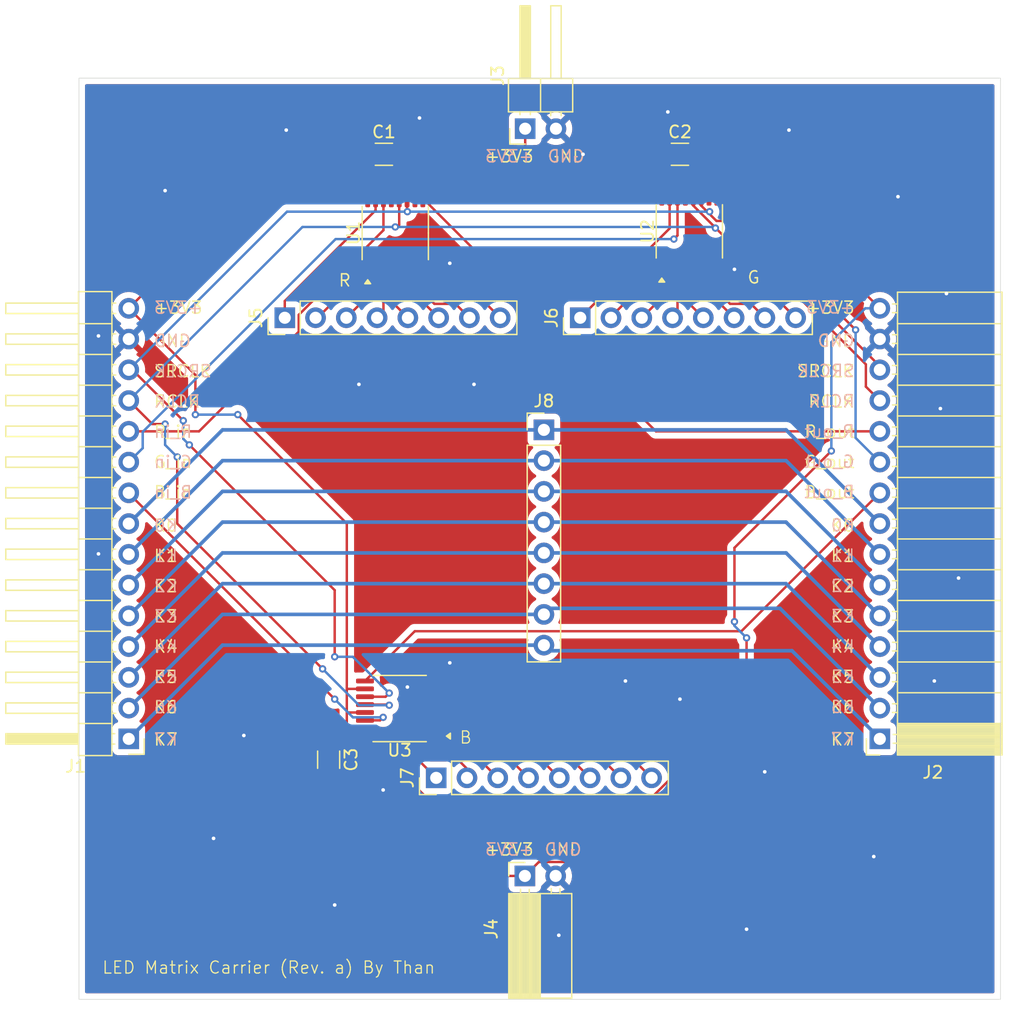
<source format=kicad_pcb>
(kicad_pcb (version 20241229) (generator "pcbnew") (generator_version "9.0")
  (layers (0 "F.Cu" signal) (2 "B.Cu" signal) (13 "F.Paste" user) (15 "B.Paste" user) (5 "F.SilkS" user "F.Silkscreen") (7 "B.SilkS" user "B.Silkscreen") (1 "F.Mask" user) (3 "B.Mask" user) (25 "Edge.Cuts" user))
  (net 0 "")
  (net 1 "/matrix/K0")
  (net 2 "/matrix/K1")
  (net 3 "/matrix/K2")
  (net 4 "/matrix/K3")
  (net 5 "/matrix/K4")
  (net 6 "/matrix/K5")
  (net 7 "/matrix/K6")
  (net 8 "/matrix/K7")
  (net 9 "/G_in")
  (net 10 "/B_in")
  (net 11 "/RCLK")
  (net 12 "/R_in")
  (net 13 "/SRCLK")
  (net 14 "GND")
  (net 15 "+3V3")
  (net 16 "/matrix/R0")
  (net 17 "/matrix/G0")
  (net 18 "/matrix/B0")
  (net 19 "/matrix/R1")
  (net 20 "/matrix/G1")
  (net 21 "/matrix/B1")
  (net 22 "/matrix/R2")
  (net 23 "/matrix/G2")
  (net 24 "/matrix/B2")
  (net 25 "/matrix/R3")
  (net 26 "/matrix/G3")
  (net 27 "/matrix/B3")
  (net 28 "/matrix/R4")
  (net 29 "/matrix/G4")
  (net 30 "/matrix/B4")
  (net 31 "/matrix/R5")
  (net 32 "/matrix/G5")
  (net 33 "/matrix/B5")
  (net 34 "/matrix/R6")
  (net 35 "/matrix/G6")
  (net 36 "/matrix/B6")
  (net 37 "/matrix/R7")
  (net 38 "/matrix/G7")
  (net 39 "/matrix/B7")
  (net 40 "/G_out")
  (net 41 "/B_out")
  (net 42 "/R_out")
  (footprint "Package_SO:TSSOP-16_4.4x5mm_P0.65mm" (layer "F.Cu") (at 158.775 48.3625 90)
    (property "Reference" "U2" (at 0 -3.449999 90) (layer "F.SilkS"))
    (property "Value" "74HC594")
    (pad "1" smd roundrect (at -2.8625 -2.275 90) (size 1.475 0.4) (layers "F.Cu" "F.Mask" "F.Paste") (net 20 "/matrix/G1"))
    (pad "2" smd roundrect (at -2.8625 -1.625 90) (size 1.475 0.4) (layers "F.Cu" "F.Mask" "F.Paste") (net 23 "/matrix/G2"))
    (pad "3" smd roundrect (at -2.8625 -0.975 90) (size 1.475 0.4) (layers "F.Cu" "F.Mask" "F.Paste") (net 26 "/matrix/G3"))
    (pad "4" smd roundrect (at -2.8625 -0.325 90) (size 1.475 0.4) (layers "F.Cu" "F.Mask" "F.Paste") (net 29 "/matrix/G4"))
    (pad "5" smd roundrect (at -2.8625 0.325 90) (size 1.475 0.4) (layers "F.Cu" "F.Mask" "F.Paste") (net 32 "/matrix/G5"))
    (pad "6" smd roundrect (at -2.8625 0.975 90) (size 1.475 0.4) (layers "F.Cu" "F.Mask" "F.Paste") (net 35 "/matrix/G6"))
    (pad "7" smd roundrect (at -2.8625 1.625 90) (size 1.475 0.4) (layers "F.Cu" "F.Mask" "F.Paste") (net 38 "/matrix/G7"))
    (pad "8" smd roundrect (at -2.8625 2.275 90) (size 1.475 0.4) (layers "F.Cu" "F.Mask" "F.Paste") (net 14 "GND"))
    (pad "9" smd roundrect (at 2.8625 2.275 90) (size 1.475 0.4) (layers "F.Cu" "F.Mask" "F.Paste") (net 40 "/G_out"))
    (pad "10" smd roundrect (at 2.8625 1.625 90) (size 1.475 0.4) (layers "F.Cu" "F.Mask" "F.Paste") (net 15 "+3V3"))
    (pad "11" smd roundrect (at 2.8625 0.975 90) (size 1.475 0.4) (layers "F.Cu" "F.Mask" "F.Paste") (net 13 "/SRCLK"))
    (pad "12" smd roundrect (at 2.8625 0.325 90) (size 1.475 0.4) (layers "F.Cu" "F.Mask" "F.Paste") (net 11 "/RCLK"))
    (pad "13" smd roundrect (at 2.8625 -0.325 90) (size 1.475 0.4) (layers "F.Cu" "F.Mask" "F.Paste") (net 15 "+3V3"))
    (pad "14" smd roundrect (at 2.8625 -0.975 90) (size 1.475 0.4) (layers "F.Cu" "F.Mask" "F.Paste") (net 9 "/G_in"))
    (pad "15" smd roundrect (at 2.8625 -1.625 90) (size 1.475 0.4) (layers "F.Cu" "F.Mask" "F.Paste") (net 17 "/matrix/G0"))
    (pad "16" smd roundrect (at 2.8625 -2.275 90) (size 1.475 0.4) (layers "F.Cu" "F.Mask" "F.Paste") (net 15 "+3V3"))
  )
  (footprint "Package_SO:TSSOP-16_4.4x5mm_P0.65mm" (layer "F.Cu") (at 134.8625 87.775 180)
    (property "Reference" "U3" (at 0 -3.449999 0) (layer "F.SilkS"))
    (property "Value" "74HC594")
    (pad "1" smd roundrect (at -2.8625 -2.275 180) (size 1.475 0.4) (layers "F.Cu" "F.Mask" "F.Paste") (net 21 "/matrix/B1"))
    (pad "2" smd roundrect (at -2.8625 -1.625 180) (size 1.475 0.4) (layers "F.Cu" "F.Mask" "F.Paste") (net 24 "/matrix/B2"))
    (pad "3" smd roundrect (at -2.8625 -0.975 180) (size 1.475 0.4) (layers "F.Cu" "F.Mask" "F.Paste") (net 27 "/matrix/B3"))
    (pad "4" smd roundrect (at -2.8625 -0.325 180) (size 1.475 0.4) (layers "F.Cu" "F.Mask" "F.Paste") (net 30 "/matrix/B4"))
    (pad "5" smd roundrect (at -2.8625 0.325 180) (size 1.475 0.4) (layers "F.Cu" "F.Mask" "F.Paste") (net 33 "/matrix/B5"))
    (pad "6" smd roundrect (at -2.8625 0.975 180) (size 1.475 0.4) (layers "F.Cu" "F.Mask" "F.Paste") (net 36 "/matrix/B6"))
    (pad "7" smd roundrect (at -2.8625 1.625 180) (size 1.475 0.4) (layers "F.Cu" "F.Mask" "F.Paste") (net 39 "/matrix/B7"))
    (pad "8" smd roundrect (at -2.8625 2.275 180) (size 1.475 0.4) (layers "F.Cu" "F.Mask" "F.Paste") (net 14 "GND"))
    (pad "9" smd roundrect (at 2.8625 2.275 180) (size 1.475 0.4) (layers "F.Cu" "F.Mask" "F.Paste") (net 41 "/B_out"))
    (pad "10" smd roundrect (at 2.8625 1.625 180) (size 1.475 0.4) (layers "F.Cu" "F.Mask" "F.Paste") (net 15 "+3V3"))
    (pad "11" smd roundrect (at 2.8625 0.975 180) (size 1.475 0.4) (layers "F.Cu" "F.Mask" "F.Paste") (net 13 "/SRCLK"))
    (pad "12" smd roundrect (at 2.8625 0.325 180) (size 1.475 0.4) (layers "F.Cu" "F.Mask" "F.Paste") (net 11 "/RCLK"))
    (pad "13" smd roundrect (at 2.8625 -0.325 180) (size 1.475 0.4) (layers "F.Cu" "F.Mask" "F.Paste") (net 15 "+3V3"))
    (pad "14" smd roundrect (at 2.8625 -0.975 180) (size 1.475 0.4) (layers "F.Cu" "F.Mask" "F.Paste") (net 10 "/B_in"))
    (pad "15" smd roundrect (at 2.8625 -1.625 180) (size 1.475 0.4) (layers "F.Cu" "F.Mask" "F.Paste") (net 18 "/matrix/B0"))
    (pad "16" smd roundrect (at 2.8625 -2.275 180) (size 1.475 0.4) (layers "F.Cu" "F.Mask" "F.Paste") (net 15 "+3V3"))
  )
  (footprint "Connector_PinHeader_2.54mm:PinHeader_1x02_P2.54mm_Horizontal" (layer "F.Cu") (at 145.225 39.885 90)
    (property "Reference" "J3" (at 4.385 -2.27 90) (layer "F.SilkS"))
    (property "Value" "Conn_01x02_Pin")
    (pad "1" thru_hole rect (at 0 0 90) (size 1.7 1.7) (drill 1) (layers "*.Cu" "*.Mask") (net 15 "+3V3"))
    (pad "2" thru_hole circle (at 0 2.54 90) (size 1.7 1.7) (drill 1) (layers "*.Cu" "*.Mask") (net 14 "GND"))
  )
  (footprint "Connector_PinSocket_2.54mm:PinSocket_1x02_P2.54mm_Horizontal" (layer "F.Cu") (at 145.2 101.6 90)
    (property "Reference" "J4" (at -4.38 -2.77 90) (layer "F.SilkS"))
    (property "Value" "Conn_01x02_Socket")
    (pad "1" thru_hole rect (at 0 0 90) (size 1.7 1.7) (drill 1) (layers "*.Cu" "*.Mask") (net 15 "+3V3"))
    (pad "2" thru_hole circle (at 0 2.54 90) (size 1.7 1.7) (drill 1) (layers "*.Cu" "*.Mask") (net 14 "GND"))
  )
  (footprint "Connector_PinSocket_2.54mm:PinSocket_1x15_P2.54mm_Horizontal" (layer "F.Cu") (at 174.5 90.280001 180)
    (property "Reference" "J2" (at -4.38 -2.77 0) (layer "F.SilkS"))
    (property "Value" "Conn_01x15_Socket")
    (pad "1" thru_hole rect (at 0 0 180) (size 1.7 1.7) (drill 1) (layers "*.Cu" "*.Mask") (net 8 "/matrix/K7"))
    (pad "2" thru_hole circle (at 0 2.54 180) (size 1.7 1.7) (drill 1) (layers "*.Cu" "*.Mask") (net 7 "/matrix/K6"))
    (pad "3" thru_hole circle (at 0 5.079999 180) (size 1.7 1.7) (drill 1) (layers "*.Cu" "*.Mask") (net 6 "/matrix/K5"))
    (pad "4" thru_hole circle (at 0 7.62 180) (size 1.7 1.7) (drill 1) (layers "*.Cu" "*.Mask") (net 5 "/matrix/K4"))
    (pad "5" thru_hole circle (at 0 10.16 180) (size 1.7 1.7) (drill 1) (layers "*.Cu" "*.Mask") (net 4 "/matrix/K3"))
    (pad "6" thru_hole circle (at 0 12.7 180) (size 1.7 1.7) (drill 1) (layers "*.Cu" "*.Mask") (net 3 "/matrix/K2"))
    (pad "7" thru_hole circle (at 0 15.24 180) (size 1.7 1.7) (drill 1) (layers "*.Cu" "*.Mask") (net 2 "/matrix/K1"))
    (pad "8" thru_hole circle (at 0 17.780001 180) (size 1.7 1.7) (drill 1) (layers "*.Cu" "*.Mask") (net 1 "/matrix/K0"))
    (pad "9" thru_hole circle (at 0 20.32 180) (size 1.7 1.7) (drill 1) (layers "*.Cu" "*.Mask") (net 41 "/B_out"))
    (pad "10" thru_hole circle (at 0 22.86 180) (size 1.7 1.7) (drill 1) (layers "*.Cu" "*.Mask") (net 40 "/G_out"))
    (pad "11" thru_hole circle (at 0 25.4 180) (size 1.7 1.7) (drill 1) (layers "*.Cu" "*.Mask") (net 42 "/R_out"))
    (pad "12" thru_hole circle (at 0 27.939999 180) (size 1.7 1.7) (drill 1) (layers "*.Cu" "*.Mask") (net 11 "/RCLK"))
    (pad "13" thru_hole circle (at 0 30.48 180) (size 1.7 1.7) (drill 1) (layers "*.Cu" "*.Mask") (net 13 "/SRCLK"))
    (pad "14" thru_hole circle (at 0 33.02 180) (size 1.7 1.7) (drill 1) (layers "*.Cu" "*.Mask") (net 14 "GND"))
    (pad "15" thru_hole circle (at 0 35.56 180) (size 1.7 1.7) (drill 1) (layers "*.Cu" "*.Mask") (net 15 "+3V3"))
  )
  (footprint "Package_SO:TSSOP-16_4.4x5mm_P0.65mm" (layer "F.Cu") (at 134.5 48.5 90)
    (property "Reference" "U1" (at 0 -3.449999 90) (layer "F.SilkS"))
    (property "Value" "74HC594")
    (pad "1" smd roundrect (at -2.8625 -2.275 90) (size 1.475 0.4) (layers "F.Cu" "F.Mask" "F.Paste") (net 19 "/matrix/R1"))
    (pad "2" smd roundrect (at -2.8625 -1.625 90) (size 1.475 0.4) (layers "F.Cu" "F.Mask" "F.Paste") (net 22 "/matrix/R2"))
    (pad "3" smd roundrect (at -2.8625 -0.975 90) (size 1.475 0.4) (layers "F.Cu" "F.Mask" "F.Paste") (net 25 "/matrix/R3"))
    (pad "4" smd roundrect (at -2.8625 -0.325 90) (size 1.475 0.4) (layers "F.Cu" "F.Mask" "F.Paste") (net 28 "/matrix/R4"))
    (pad "5" smd roundrect (at -2.8625 0.325 90) (size 1.475 0.4) (layers "F.Cu" "F.Mask" "F.Paste") (net 31 "/matrix/R5"))
    (pad "6" smd roundrect (at -2.8625 0.975 90) (size 1.475 0.4) (layers "F.Cu" "F.Mask" "F.Paste") (net 34 "/matrix/R6"))
    (pad "7" smd roundrect (at -2.8625 1.625 90) (size 1.475 0.4) (layers "F.Cu" "F.Mask" "F.Paste") (net 37 "/matrix/R7"))
    (pad "8" smd roundrect (at -2.8625 2.275 90) (size 1.475 0.4) (layers "F.Cu" "F.Mask" "F.Paste") (net 14 "GND"))
    (pad "9" smd roundrect (at 2.8625 2.275 90) (size 1.475 0.4) (layers "F.Cu" "F.Mask" "F.Paste") (net 42 "/R_out"))
    (pad "10" smd roundrect (at 2.8625 1.625 90) (size 1.475 0.4) (layers "F.Cu" "F.Mask" "F.Paste") (net 15 "+3V3"))
    (pad "11" smd roundrect (at 2.8625 0.975 90) (size 1.475 0.4) (layers "F.Cu" "F.Mask" "F.Paste") (net 13 "/SRCLK"))
    (pad "12" smd roundrect (at 2.8625 0.325 90) (size 1.475 0.4) (layers "F.Cu" "F.Mask" "F.Paste") (net 11 "/RCLK"))
    (pad "13" smd roundrect (at 2.8625 -0.325 90) (size 1.475 0.4) (layers "F.Cu" "F.Mask" "F.Paste") (net 15 "+3V3"))
    (pad "14" smd roundrect (at 2.8625 -0.975 90) (size 1.475 0.4) (layers "F.Cu" "F.Mask" "F.Paste") (net 12 "/R_in"))
    (pad "15" smd roundrect (at 2.8625 -1.625 90) (size 1.475 0.4) (layers "F.Cu" "F.Mask" "F.Paste") (net 16 "/matrix/R0"))
    (pad "16" smd roundrect (at 2.8625 -2.275 90) (size 1.475 0.4) (layers "F.Cu" "F.Mask" "F.Paste") (net 15 "+3V3"))
  )
  (footprint "Capacitor_SMD:C_1206_3216Metric_Pad1.33x1.80mm_HandSolder" (layer "F.Cu") (at 129 92 -90)
    (property "Reference" "C3" (at 0 -1.850001 90) (layer "F.SilkS"))
    (property "Value" "100n")
    (pad "1" smd roundrect (at -1.5625 0 270) (size 1.325 1.8) (layers "F.Cu" "F.Mask" "F.Paste") (roundrect_rratio 0.188679) (net 15 "+3V3"))
    (pad "2" smd roundrect (at 1.5625 0 270) (size 1.325 1.8) (layers "F.Cu" "F.Mask" "F.Paste") (roundrect_rratio 0.188679) (net 14 "GND"))
  )
  (footprint "Connector_PinHeader_2.54mm:PinHeader_1x08_P2.54mm_Vertical" (layer "F.Cu") (at 125.38 55.5 90)
    (property "Reference" "J5" (at 0 -2.38 90) (layer "F.SilkS"))
    (property "Value" "Conn_01x08_Socket")
    (pad "1" thru_hole rect (at 0 0 90) (size 1.7 1.7) (drill 1) (layers "*.Cu" "*.Mask") (net 16 "/matrix/R0"))
    (pad "2" thru_hole circle (at 0 2.54 90) (size 1.7 1.7) (drill 1) (layers "*.Cu" "*.Mask") (net 19 "/matrix/R1"))
    (pad "3" thru_hole circle (at 0 5.079999 90) (size 1.7 1.7) (drill 1) (layers "*.Cu" "*.Mask") (net 22 "/matrix/R2"))
    (pad "4" thru_hole circle (at 0 7.62 90) (size 1.7 1.7) (drill 1) (layers "*.Cu" "*.Mask") (net 25 "/matrix/R3"))
    (pad "5" thru_hole circle (at 0 10.16 90) (size 1.7 1.7) (drill 1) (layers "*.Cu" "*.Mask") (net 28 "/matrix/R4"))
    (pad "6" thru_hole circle (at 0 12.7 90) (size 1.7 1.7) (drill 1) (layers "*.Cu" "*.Mask") (net 31 "/matrix/R5"))
    (pad "7" thru_hole circle (at 0 15.24 90) (size 1.7 1.7) (drill 1) (layers "*.Cu" "*.Mask") (net 34 "/matrix/R6"))
    (pad "8" thru_hole circle (at 0 17.780001 90) (size 1.7 1.7) (drill 1) (layers "*.Cu" "*.Mask") (net 37 "/matrix/R7"))
  )
  (footprint "Connector_PinHeader_2.54mm:PinHeader_1x15_P2.54mm_Horizontal" (layer "F.Cu") (at 112.5 90.280001 180)
    (property "Reference" "J1" (at 4.385 -2.27 0) (layer "F.SilkS"))
    (property "Value" "Conn_01x15_Pin")
    (pad "1" thru_hole rect (at 0 0 180) (size 1.7 1.7) (drill 1) (layers "*.Cu" "*.Mask") (net 8 "/matrix/K7"))
    (pad "2" thru_hole circle (at 0 2.54 180) (size 1.7 1.7) (drill 1) (layers "*.Cu" "*.Mask") (net 7 "/matrix/K6"))
    (pad "3" thru_hole circle (at 0 5.079999 180) (size 1.7 1.7) (drill 1) (layers "*.Cu" "*.Mask") (net 6 "/matrix/K5"))
    (pad "4" thru_hole circle (at 0 7.62 180) (size 1.7 1.7) (drill 1) (layers "*.Cu" "*.Mask") (net 5 "/matrix/K4"))
    (pad "5" thru_hole circle (at 0 10.16 180) (size 1.7 1.7) (drill 1) (layers "*.Cu" "*.Mask") (net 4 "/matrix/K3"))
    (pad "6" thru_hole circle (at 0 12.7 180) (size 1.7 1.7) (drill 1) (layers "*.Cu" "*.Mask") (net 3 "/matrix/K2"))
    (pad "7" thru_hole circle (at 0 15.24 180) (size 1.7 1.7) (drill 1) (layers "*.Cu" "*.Mask") (net 2 "/matrix/K1"))
    (pad "8" thru_hole circle (at 0 17.780001 180) (size 1.7 1.7) (drill 1) (layers "*.Cu" "*.Mask") (net 1 "/matrix/K0"))
    (pad "9" thru_hole circle (at 0 20.32 180) (size 1.7 1.7) (drill 1) (layers "*.Cu" "*.Mask") (net 10 "/B_in"))
    (pad "10" thru_hole circle (at 0 22.86 180) (size 1.7 1.7) (drill 1) (layers "*.Cu" "*.Mask") (net 9 "/G_in"))
    (pad "11" thru_hole circle (at 0 25.4 180) (size 1.7 1.7) (drill 1) (layers "*.Cu" "*.Mask") (net 12 "/R_in"))
    (pad "12" thru_hole circle (at 0 27.939999 180) (size 1.7 1.7) (drill 1) (layers "*.Cu" "*.Mask") (net 11 "/RCLK"))
    (pad "13" thru_hole circle (at 0 30.48 180) (size 1.7 1.7) (drill 1) (layers "*.Cu" "*.Mask") (net 13 "/SRCLK"))
    (pad "14" thru_hole circle (at 0 33.02 180) (size 1.7 1.7) (drill 1) (layers "*.Cu" "*.Mask") (net 14 "GND"))
    (pad "15" thru_hole circle (at 0 35.56 180) (size 1.7 1.7) (drill 1) (layers "*.Cu" "*.Mask") (net 15 "+3V3"))
  )
  (footprint "Capacitor_SMD:C_1206_3216Metric_Pad1.33x1.80mm_HandSolder" (layer "F.Cu") (at 158 42)
    (property "Reference" "C2" (at 0 -1.85 0) (layer "F.SilkS"))
    (property "Value" "100n")
    (pad "1" smd roundrect (at -1.5625 0) (size 1.325 1.8) (layers "F.Cu" "F.Mask" "F.Paste") (roundrect_rratio 0.188679) (net 15 "+3V3"))
    (pad "2" smd roundrect (at 1.5625 0) (size 1.325 1.8) (layers "F.Cu" "F.Mask" "F.Paste") (roundrect_rratio 0.188679) (net 14 "GND"))
  )
  (footprint "Connector_PinHeader_2.54mm:PinHeader_1x08_P2.54mm_Vertical" (layer "F.Cu") (at 137.88 93.5 90)
    (property "Reference" "J7" (at 0 -2.38 90) (layer "F.SilkS"))
    (property "Value" "Conn_01x08_Socket")
    (pad "1" thru_hole rect (at 0 0 90) (size 1.7 1.7) (drill 1) (layers "*.Cu" "*.Mask") (net 18 "/matrix/B0"))
    (pad "2" thru_hole circle (at 0 2.54 90) (size 1.7 1.7) (drill 1) (layers "*.Cu" "*.Mask") (net 21 "/matrix/B1"))
    (pad "3" thru_hole circle (at 0 5.079999 90) (size 1.7 1.7) (drill 1) (layers "*.Cu" "*.Mask") (net 24 "/matrix/B2"))
    (pad "4" thru_hole circle (at 0 7.62 90) (size 1.7 1.7) (drill 1) (layers "*.Cu" "*.Mask") (net 27 "/matrix/B3"))
    (pad "5" thru_hole circle (at 0 10.16 90) (size 1.7 1.7) (drill 1) (layers "*.Cu" "*.Mask") (net 30 "/matrix/B4"))
    (pad "6" thru_hole circle (at 0 12.7 90) (size 1.7 1.7) (drill 1) (layers "*.Cu" "*.Mask") (net 33 "/matrix/B5"))
    (pad "7" thru_hole circle (at 0 15.24 90) (size 1.7 1.7) (drill 1) (layers "*.Cu" "*.Mask") (net 36 "/matrix/B6"))
    (pad "8" thru_hole circle (at 0 17.780001 90) (size 1.7 1.7) (drill 1) (layers "*.Cu" "*.Mask") (net 39 "/matrix/B7"))
  )
  (footprint "Capacitor_SMD:C_1206_3216Metric_Pad1.33x1.80mm_HandSolder" (layer "F.Cu") (at 133.5625 42)
    (property "Reference" "C1" (at 0 -1.85 0) (layer "F.SilkS"))
    (property "Value" "100n")
    (pad "1" smd roundrect (at -1.5625 0) (size 1.325 1.8) (layers "F.Cu" "F.Mask" "F.Paste") (roundrect_rratio 0.188679) (net 15 "+3V3"))
    (pad "2" smd roundrect (at 1.5625 0) (size 1.325 1.8) (layers "F.Cu" "F.Mask" "F.Paste") (roundrect_rratio 0.188679) (net 14 "GND"))
  )
  (footprint "Connector_PinHeader_2.54mm:PinHeader_1x08_P2.54mm_Vertical" (layer "F.Cu") (at 149.77 55.5 90)
    (property "Reference" "J6" (at 0 -2.38 90) (layer "F.SilkS"))
    (property "Value" "Conn_01x08_Socket")
    (pad "1" thru_hole rect (at 0 0 90) (size 1.7 1.7) (drill 1) (layers "*.Cu" "*.Mask") (net 17 "/matrix/G0"))
    (pad "2" thru_hole circle (at 0 2.54 90) (size 1.7 1.7) (drill 1) (layers "*.Cu" "*.Mask") (net 20 "/matrix/G1"))
    (pad "3" thru_hole circle (at 0 5.079999 90) (size 1.7 1.7) (drill 1) (layers "*.Cu" "*.Mask") (net 23 "/matrix/G2"))
    (pad "4" thru_hole circle (at 0 7.62 90) (size 1.7 1.7) (drill 1) (layers "*.Cu" "*.Mask") (net 26 "/matrix/G3"))
    (pad "5" thru_hole circle (at 0 10.16 90) (size 1.7 1.7) (drill 1) (layers "*.Cu" "*.Mask") (net 29 "/matrix/G4"))
    (pad "6" thru_hole circle (at 0 12.7 90) (size 1.7 1.7) (drill 1) (layers "*.Cu" "*.Mask") (net 32 "/matrix/G5"))
    (pad "7" thru_hole circle (at 0 15.24 90) (size 1.7 1.7) (drill 1) (layers "*.Cu" "*.Mask") (net 35 "/matrix/G6"))
    (pad "8" thru_hole circle (at 0 17.780001 90) (size 1.7 1.7) (drill 1) (layers "*.Cu" "*.Mask") (net 38 "/matrix/G7"))
  )
  (footprint "Connector_PinHeader_2.54mm:PinHeader_1x08_P2.54mm_Vertical" (layer "F.Cu") (at 146.77 64.76)
    (property "Reference" "J8" (at 0 -2.38 0) (layer "F.SilkS"))
    (property "Value" "Conn_01x08_Socket")
    (pad "1" thru_hole rect (at 0 0) (size 1.7 1.7) (drill 1) (layers "*.Cu" "*.Mask") (net 1 "/matrix/K0"))
    (pad "2" thru_hole circle (at 0 2.54) (size 1.7 1.7) (drill 1) (layers "*.Cu" "*.Mask") (net 2 "/matrix/K1"))
    (pad "3" thru_hole circle (at 0 5.08) (size 1.7 1.7) (drill 1) (layers "*.Cu" "*.Mask") (net 3 "/matrix/K2"))
    (pad "4" thru_hole circle (at 0 7.62) (size 1.7 1.7) (drill 1) (layers "*.Cu" "*.Mask") (net 4 "/matrix/K3"))
    (pad "5" thru_hole circle (at 0 10.16) (size 1.7 1.7) (drill 1) (layers "*.Cu" "*.Mask") (net 5 "/matrix/K4"))
    (pad "6" thru_hole circle (at 0 12.7) (size 1.7 1.7) (drill 1) (layers "*.Cu" "*.Mask") (net 6 "/matrix/K5"))
    (pad "7" thru_hole circle (at 0 15.24) (size 1.7 1.7) (drill 1) (layers "*.Cu" "*.Mask") (net 7 "/matrix/K6"))
    (pad "8" thru_hole circle (at 0 17.78) (size 1.7 1.7) (drill 1) (layers "*.Cu" "*.Mask") (net 8 "/matrix/K7"))
  )
  (gr_rect (start 108.39 35.71) (end 184.46 111.79) (stroke (width 0.05)) (fill no) (layer "Edge.Cuts"))
  (gr_text "K6" (at 114.5 88.25 0) (layer "F.SilkS") (effects (font (size 1 1) (thickness 0.125)) (justify left bottom)))
  (gr_text "G" (at 163.5 52.75 0) (layer "F.SilkS") (effects (font (size 1 1) (thickness 0.125)) (justify left bottom)))
  (gr_text "K1" (at 114.5 75.75 0) (layer "F.SilkS") (effects (font (size 1 1) (thickness 0.125)) (justify left bottom)))
  (gr_text "RCLK" (at 114.5 63 0) (layer "F.SilkS") (effects (font (size 1 1) (thickness 0.125)) (justify left bottom)))
  (gr_text "+3V3" (at 114.5 55.25 0) (layer "F.SilkS") (effects (font (size 1 1) (thickness 0.125)) (justify left bottom)))
  (gr_text "R" (at 129.75 53 0) (layer "F.SilkS") (effects (font (size 1 1) (thickness 0.125)) (justify left bottom)))
  (gr_text "K3" (at 172.5 80.75 0) (layer "F.SilkS") (effects (font (size 1 1) (thickness 0.125)) (justify right bottom)))
  (gr_text "RCLK" (at 172.5 63 0) (layer "F.SilkS") (effects (font (size 1 1) (thickness 0.125)) (justify right bottom)))
  (gr_text "K7" (at 172.5 90.915001 0) (layer "F.SilkS") (effects (font (size 1 1) (thickness 0.125)) (justify right bottom)))
  (gr_text "K6" (at 172.5 88.25 0) (layer "F.SilkS") (effects (font (size 1 1) (thickness 0.125)) (justify right bottom)))
  (gr_text "K0" (at 114.5 73.25 0) (layer "F.SilkS") (effects (font (size 1 1) (thickness 0.125)) (justify left bottom)))
  (gr_text "GND" (at 114.5 58 0) (layer "F.SilkS") (effects (font (size 1 1) (thickness 0.125)) (justify left bottom)))
  (gr_text "K3" (at 114.5 80.75 0) (layer "F.SilkS") (effects (font (size 1 1) (thickness 0.125)) (justify left bottom)))
  (gr_text "K7" (at 114.5 90.915001 0) (layer "F.SilkS") (effects (font (size 1 1) (thickness 0.125)) (justify left bottom)))
  (gr_text "B" (at 139.75 90.75 0) (layer "F.SilkS") (effects (font (size 1 1) (thickness 0.1)) (justify left bottom)))
  (gr_text "B_out" (at 172.5 70.5 0) (layer "F.SilkS") (effects (font (size 1 1) (thickness 0.125)) (justify right bottom)))
  (gr_text "+3V3" (at 146 42.75 0) (layer "F.SilkS") (effects (font (size 1 1) (thickness 0.125)) (justify right bottom)))
  (gr_text "K4" (at 114.5 83.25 0) (layer "F.SilkS") (effects (font (size 1 1) (thickness 0.125)) (justify left bottom)))
  (gr_text "K0" (at 172.5 73.25 0) (layer "F.SilkS") (effects (font (size 1 1) (thickness 0.125)) (justify right bottom)))
  (gr_text "K2" (at 114.5 78.25 0) (layer "F.SilkS") (effects (font (size 1 1) (thickness 0.125)) (justify left bottom)))
  (gr_text "GND" (at 147 42.75 0) (layer "F.SilkS") (effects (font (size 1 1) (thickness 0.125)) (justify left bottom)))
  (gr_text "B_in" (at 114.5 70.5 0) (layer "F.SilkS") (effects (font (size 1 1) (thickness 0.125)) (justify left bottom)))
  (gr_text "+3V3" (at 172.5 55.25 0) (layer "F.SilkS") (effects (font (size 1 1) (thickness 0.125)) (justify right bottom)))
  (gr_text "K4" (at 172.5 83.25 0) (layer "F.SilkS") (effects (font (size 1 1) (thickness 0.125)) (justify right bottom)))
  (gr_text "SRCLK" (at 114.5 60.5 0) (layer "F.SilkS") (effects (font (size 1 1) (thickness 0.125)) (justify left bottom)))
  (gr_text "K2" (at 172.5 78.25 0) (layer "F.SilkS") (effects (font (size 1 1) (thickness 0.125)) (justify right bottom)))
  (gr_text "K5" (at 114.5 85.75 0) (layer "F.SilkS") (effects (font (size 1 1) (thickness 0.125)) (justify left bottom)))
  (gr_text "R_in" (at 114.5 65.5 0) (layer "F.SilkS") (effects (font (size 1 1) (thickness 0.125)) (justify left bottom)))
  (gr_text "G_out" (at 172.5 68 0) (layer "F.SilkS") (effects (font (size 1 1) (thickness 0.125)) (justify right bottom)))
  (gr_text "+3V3" (at 146 100 0) (layer "F.SilkS") (effects (font (size 1 1) (thickness 0.125)) (justify right bottom)))
  (gr_text "LED Matrix Carrier (Rev. a) By Than" (at 110.25 109.75 0) (layer "F.SilkS") (effects (font (size 1 1) (thickness 0.1)) (justify left bottom)))
  (gr_text "K1" (at 172.5 75.75 0) (layer "F.SilkS") (effects (font (size 1 1) (thickness 0.125)) (justify right bottom)))
  (gr_text "G_in" (at 114.5 68 0) (layer "F.SilkS") (effects (font (size 1 1) (thickness 0.125)) (justify left bottom)))
  (gr_text "GND" (at 146.75 100 0) (layer "F.SilkS") (effects (font (size 1 1) (thickness 0.125)) (justify left bottom)))
  (gr_text "SRCLK" (at 172.5 60.5 0) (layer "F.SilkS") (effects (font (size 1 1) (thickness 0.125)) (justify right bottom)))
  (gr_text "K5" (at 172.5 85.75 0) (layer "F.SilkS") (effects (font (size 1 1) (thickness 0.125)) (justify right bottom)))
  (gr_text "GND" (at 172.5 58 0) (layer "F.SilkS") (effects (font (size 1 1) (thickness 0.125)) (justify right bottom)))
  (gr_text "R_out" (at 172.5 65.5 0) (layer "F.SilkS") (effects (font (size 1 1) (thickness 0.125)) (justify right bottom)))
  (gr_text "B_in" (at 114.499999 70.499999 0) (layer "B.SilkS") (effects (font (size 1 1) (thickness 0.125)) (justify right bottom mirror)))
  (gr_text "RCLK" (at 172.5 62.97625 0) (layer "B.SilkS") (effects (font (size 1 1) (thickness 0.125)) (justify left bottom mirror)))
  (gr_text "K6" (at 172.5 88.22625 0) (layer "B.SilkS") (effects (font (size 1 1) (thickness 0.125)) (justify left bottom mirror)))
  (gr_text "R_out\n" (at 172.5 65.476251 0) (layer "B.SilkS") (effects (font (size 1 1) (thickness 0.125)) (justify left bottom mirror)))
  (gr_text "K7" (at 172.5 90.891251 0) (layer "B.SilkS") (effects (font (size 1 1) (thickness 0.125)) (justify left bottom mirror)))
  (gr_text "K2" (at 114.499999 78.25 0) (layer "B.SilkS") (effects (font (size 1 1) (thickness 0.125)) (justify right bottom mirror)))
  (gr_text "K4" (at 114.5 83.249999 0) (layer "B.SilkS") (effects (font (size 1 1) (thickness 0.125)) (justify right bottom mirror)))
  (gr_text "G_in" (at 114.499999 67.999999 0) (layer "B.SilkS") (effects (font (size 1 1) (thickness 0.125)) (justify right bottom mirror)))
  (gr_text "K3" (at 114.499999 80.75 0) (layer "B.SilkS") (effects (font (size 1 1) (thickness 0.125)) (justify right bottom mirror)))
  (gr_text "K4" (at 172.5 83.22625 0) (layer "B.SilkS") (effects (font (size 1 1) (thickness 0.125)) (justify left bottom mirror)))
  (gr_text "GND" (at 172.5 57.97625 0) (layer "B.SilkS") (effects (font (size 1 1) (thickness 0.125)) (justify left bottom mirror)))
  (gr_text "K6" (at 114.499999 88.249998 0) (layer "B.SilkS") (effects (font (size 1 1) (thickness 0.125)) (justify right bottom mirror)))
  (gr_text "+3V3" (at 146 42.75 0) (layer "B.SilkS") (effects (font (size 1 1) (thickness 0.125)) (justify left bottom mirror)))
  (gr_text "K1" (at 114.5 75.75 0) (layer "B.SilkS") (effects (font (size 1 1) (thickness 0.125)) (justify right bottom mirror)))
  (gr_text "R_in" (at 114.499999 65.499999 0) (layer "B.SilkS") (effects (font (size 1 1) (thickness 0.125)) (justify right bottom mirror)))
  (gr_text "+3V3" (at 172.5 55.22625 0) (layer "B.SilkS") (effects (font (size 1 1) (thickness 0.125)) (justify left bottom mirror)))
  (gr_text "K3" (at 172.5 80.72625 0) (layer "B.SilkS") (effects (font (size 1 1) (thickness 0.125)) (justify left bottom mirror)))
  (gr_text "K0" (at 114.499999 73.249999 0) (layer "B.SilkS") (effects (font (size 1 1) (thickness 0.125)) (justify right bottom mirror)))
  (gr_text "GND" (at 114.499999 57.999999 0) (layer "B.SilkS") (effects (font (size 1 1) (thickness 0.125)) (justify right bottom mirror)))
  (gr_text "+3V3" (at 146 100 0) (layer "B.SilkS") (effects (font (size 1 1) (thickness 0.125)) (justify left bottom mirror)))
  (gr_text "GND" (at 147 42.75 0) (layer "B.SilkS") (effects (font (size 1 1) (thickness 0.125)) (justify right bottom mirror)))
  (gr_text "G_out" (at 172.5 67.976251 0) (layer "B.SilkS") (effects (font (size 1 1) (thickness 0.125)) (justify left bottom mirror)))
  (gr_text "SRCLK" (at 114.499999 60.499999 0) (layer "B.SilkS") (effects (font (size 1 1) (thickness 0.125)) (justify right bottom mirror)))
  (gr_text "K2" (at 172.5 78.22625 0) (layer "B.SilkS") (effects (font (size 1 1) (thickness 0.125)) (justify left bottom mirror)))
  (gr_text "SRCLK" (at 172.5 60.47625 0) (layer "B.SilkS") (effects (font (size 1 1) (thickness 0.125)) (justify left bottom mirror)))
  (gr_text "B_out" (at 172.5 70.476251 0) (layer "B.SilkS") (effects (font (size 1 1) (thickness 0.125)) (justify left bottom mirror)))
  (gr_text "GND" (at 146.75 100 0) (layer "B.SilkS") (effects (font (size 1 1) (thickness 0.125)) (justify right bottom mirror)))
  (gr_text "+3V3" (at 114.5 55.25 0) (layer "B.SilkS") (effects (font (size 1 1) (thickness 0.125)) (justify right bottom mirror)))
  (gr_text "RCLK" (at 114.499999 62.999999 0) (layer "B.SilkS") (effects (font (size 1 1) (thickness 0.125)) (justify right bottom mirror)))
  (gr_text "K1" (at 172.5 75.72625 0) (layer "B.SilkS") (effects (font (size 1 1) (thickness 0.125)) (justify left bottom mirror)))
  (gr_text "K5" (at 114.5 85.749999 0) (layer "B.SilkS") (effects (font (size 1 1) (thickness 0.125)) (justify right bottom mirror)))
  (gr_text "K0" (at 172.5 73.22625 0) (layer "B.SilkS") (effects (font (size 1 1) (thickness 0.125)) (justify left bottom mirror)))
  (gr_text "K7" (at 114.499999 90.915 0) (layer "B.SilkS") (effects (font (size 1 1) (thickness 0.125)) (justify right bottom mirror)))
  (gr_text "K5" (at 172.5 85.72625 0) (layer "B.SilkS") (effects (font (size 1 1) (thickness 0.125)) (justify left bottom mirror)))
  (segment (start 112.5 72.5) (end 120.24 64.76) (width 0.3) (layer "B.Cu") (net 1))
  (segment (start 120.24 64.76) (end 146.77 64.76) (width 0.3) (layer "B.Cu") (net 1))
  (segment (start 146.77 64.76) (end 166.76 64.76) (width 0.3) (layer "B.Cu") (net 1))
  (segment (start 166.76 64.76) (end 174.5 72.5) (width 0.3) (layer "B.Cu") (net 1))
  (segment (start 166.759999 67.3) (end 146.77 67.3) (width 0.3) (layer "B.Cu") (net 2))
  (segment (start 146.77 67.3) (end 120.240001 67.3) (width 0.3) (layer "B.Cu") (net 2))
  (segment (start 174.5 75.040001) (end 166.759999 67.3) (width 0.3) (layer "B.Cu") (net 2))
  (segment (start 120.240001 67.3) (end 112.5 75.040001) (width 0.3) (layer "B.Cu") (net 2))
  (segment (start 146.77 69.84) (end 146.93 70) (width 0.2) (layer "B.Cu") (net 3))
  (segment (start 174.5 77.580001) (end 166.759999 69.84) (width 0.3) (layer "B.Cu") (net 3))
  (segment (start 120.240001 69.84) (end 146.77 69.84) (width 0.3) (layer "B.Cu") (net 3))
  (segment (start 112.5 77.580001) (end 120.240001 69.84) (width 0.3) (layer "B.Cu") (net 3))
  (segment (start 166.759999 69.84) (end 146.77 69.84) (width 0.3) (layer "B.Cu") (net 3))
  (segment (start 146.77 72.38) (end 120.240001 72.38) (width 0.3) (layer "B.Cu") (net 4))
  (segment (start 146.77 72.38) (end 166.759999 72.38) (width 0.3) (layer "B.Cu") (net 4))
  (segment (start 166.759999 72.38) (end 174.5 80.120001) (width 0.3) (layer "B.Cu") (net 4))
  (segment (start 120.240001 72.38) (end 112.5 80.120001) (width 0.3) (layer "B.Cu") (net 4))
  (segment (start 166.759999 74.92) (end 146.77 74.92) (width 0.3) (layer "B.Cu") (net 5))
  (segment (start 112.5 82.660001) (end 120.240001 74.92) (width 0.3) (layer "B.Cu") (net 5))
  (segment (start 120.240001 74.92) (end 146.77 74.92) (width 0.3) (layer "B.Cu") (net 5))
  (segment (start 174.5 82.660001) (end 166.759999 74.92) (width 0.3) (layer "B.Cu") (net 5))
  (segment (start 146.77 74.92) (end 146.69 75) (width 0.2) (layer "B.Cu") (net 5))
  (segment (start 120.240002 77.46) (end 112.5 85.200002) (width 0.3) (layer "B.Cu") (net 6))
  (segment (start 174.5 85.200002) (end 166.759998 77.46) (width 0.3) (layer "B.Cu") (net 6))
  (segment (start 146.77 77.46) (end 120.240002 77.46) (width 0.3) (layer "B.Cu") (net 6))
  (segment (start 166.759998 77.46) (end 146.77 77.46) (width 0.3) (layer "B.Cu") (net 6))
  (segment (start 147.27 79.5) (end 146.77 80) (width 0.3) (layer "B.Cu") (net 7))
  (segment (start 112.5 87.740001) (end 120.240001 80) (width 0.3) (layer "B.Cu") (net 7))
  (segment (start 166.259999 79.5) (end 147.27 79.5) (width 0.3) (layer "B.Cu") (net 7))
  (segment (start 174.5 87.740001) (end 166.259999 79.5) (width 0.3) (layer "B.Cu") (net 7))
  (segment (start 120.240001 80) (end 146.77 80) (width 0.3) (layer "B.Cu") (net 7))
  (segment (start 174.5 90.25) (end 167.25 83) (width 0.3) (layer "B.Cu") (net 8))
  (segment (start 167.25 83) (end 147.23 83) (width 0.3) (layer "B.Cu") (net 8))
  (segment (start 174.5 90.280001) (end 174.5 90.25) (width 0.3) (layer "B.Cu") (net 8))
  (segment (start 120.240001 82.54) (end 112.5 90.280001) (width 0.3) (layer "B.Cu") (net 8))
  (segment (start 146.77 82.54) (end 120.240001 82.54) (width 0.3) (layer "B.Cu") (net 8))
  (segment (start 147.23 83) (end 146.77 82.54) (width 0.3) (layer "B.Cu") (net 8))
  (segment (start 157.8 48.7) (end 157.5 49) (width 0.2) (layer "F.Cu") (net 9))
  (segment (start 157.8 45.5) (end 157.8 48.7) (width 0.2) (layer "F.Cu") (net 9))
  (via (at 157.5 49) (size 0.6) (drill 0.3) (layers "F.Cu" "B.Cu") (net 9))
  (segment (start 129.578 49) (end 113.651 64.927) (width 0.2) (layer "B.Cu") (net 9))
  (segment (start 113.651 66.269001) (end 112.5 67.420001) (width 0.2) (layer "B.Cu") (net 9))
  (segment (start 157.5 49) (end 129.578 49) (width 0.2) (layer "B.Cu") (net 9))
  (segment (start 113.651 64.927) (end 113.651 66.269001) (width 0.2) (layer "B.Cu") (net 9))
  (segment (start 133.25 88.75) (end 133.5 88.5) (width 0.2) (layer "F.Cu") (net 10))
  (segment (start 112.5 70) (end 129.5 87) (width 0.2) (layer "F.Cu") (net 10))
  (segment (start 112.5 69.960001) (end 112.5 70) (width 0.2) (layer "F.Cu") (net 10))
  (segment (start 132 88.75) (end 133.25 88.75) (width 0.2) (layer "F.Cu") (net 10))
  (via (at 133.5 88.5) (size 0.6) (drill 0.3) (layers "F.Cu" "B.Cu") (net 10))
  (via (at 129.5 87) (size 0.6) (drill 0.3) (layers "F.Cu" "B.Cu") (net 10))
  (segment (start 131 88.5) (end 133.5 88.5) (width 0.2) (layer "B.Cu") (net 10))
  (segment (start 129.5 87) (end 131 88.5) (width 0.2) (layer "B.Cu") (net 10))
  (segment (start 166 52) (end 173.349 59.349) (width 0.2) (layer "F.Cu") (net 11))
  (segment (start 173.349 61.189002) (end 174.5 62.340002) (width 0.2) (layer "F.Cu") (net 11))
  (segment (start 132 87.45) (end 133.95 87.45) (width 0.2) (layer "F.Cu") (net 11))
  (segment (start 134.65 48) (end 134.5 48) (width 0.2) (layer "F.Cu") (net 11))
  (segment (start 134.825 45.6375) (end 134.825 47.825) (width 0.2) (layer "F.Cu") (net 11))
  (segment (start 134.825 47.825) (end 134.65 48) (width 0.2) (layer "F.Cu") (net 11))
  (segment (start 116.5 72.5) (end 116.5 67) (width 0.2) (layer "F.Cu") (net 11))
  (segment (start 159.1 45.5) (end 159.1 46.237499) (width 0.2) (layer "F.Cu") (net 11))
  (segment (start 133.95 87.45) (end 134 87.5) (width 0.2) (layer "F.Cu") (net 11))
  (segment (start 115.5 64.280001) (end 114.439999 64.280001) (width 0.2) (layer "F.Cu") (net 11))
  (segment (start 173.349 59.349) (end 173.349 61.189002) (width 0.2) (layer "F.Cu") (net 11))
  (segment (start 164.862501 52) (end 166 52) (width 0.2) (layer "F.Cu") (net 11))
  (segment (start 159.1 46.237499) (end 164.862501 52) (width 0.2) (layer "F.Cu") (net 11))
  (segment (start 114.439999 64.280001) (end 112.5 62.340002) (width 0.2) (layer "F.Cu") (net 11))
  (segment (start 128.5 84.5) (end 116.5 72.5) (width 0.2) (layer "F.Cu") (net 11))
  (via (at 128.5 84.5) (size 0.6) (drill 0.3) (layers "F.Cu" "B.Cu") (net 11))
  (via (at 116.5 67) (size 0.6) (drill 0.3) (layers "F.Cu" "B.Cu") (net 11))
  (via (at 134.5 48) (size 0.6) (drill 0.3) (layers "F.Cu" "B.Cu") (net 11))
  (via (at 115.5 64.280001) (size 0.6) (drill 0.3) (layers "F.Cu" "B.Cu") (net 11))
  (via (at 134 87.5) (size 0.6) (drill 0.3) (layers "F.Cu" "B.Cu") (net 11))
  (via (at 160.927647 48.09397) (size 0.6) (drill 0.3) (layers "F.Cu" "B.Cu") (net 11))
  (segment (start 126.840002 48) (end 134.5 48) (width 0.2) (layer "B.Cu") (net 11))
  (segment (start 134.5 48) (end 160.833677 48) (width 0.2) (layer "B.Cu") (net 11))
  (segment (start 112.5 62.340002) (end 126.840002 48) (width 0.2) (layer "B.Cu") (net 11))
  (segment (start 134 87.5) (end 131.5 87.5) (width 0.2) (layer "B.Cu") (net 11))
  (segment (start 160.833677 48) (end 160.927647 48.09397) (width 0.2) (layer "B.Cu") (net 11))
  (segment (start 116.5 67) (end 115.5 66) (width 0.2) (layer "B.Cu") (net 11))
  (segment (start 115.5 66) (end 115.5 64.280001) (width 0.2) (layer "B.Cu") (net 11))
  (segment (start 131.5 87.5) (end 128.5 84.5) (width 0.2) (layer "B.Cu") (net 11))
  (segment (start 133.525 48.26724) (end 126.531 55.26124) (width 0.2) (layer "F.Cu") (net 12))
  (segment (start 133.525 45.6375) (end 133.525 48.26724) (width 0.2) (layer "F.Cu") (net 12))
  (segment (start 118.301999 64.880001) (end 112.5 64.880001) (width 0.2) (layer "F.Cu") (net 12))
  (segment (start 126.531 55.26124) (end 126.531 56.651) (width 0.2) (layer "F.Cu") (net 12))
  (segment (start 126.531 56.651) (end 118.301999 64.880001) (width 0.2) (layer "F.Cu") (net 12))
  (segment (start 162.5 47.5) (end 174.5 59.5) (width 0.2) (layer "F.Cu") (net 13))
  (segment (start 161.012501 47.5) (end 162.5 47.5) (width 0.2) (layer "F.Cu") (net 13))
  (segment (start 112.5 59.800001) (end 112.800001 59.800001) (width 0.2) (layer "F.Cu") (net 13))
  (segment (start 129.5 78) (end 129.5 83.5) (width 0.2) (layer "F.Cu") (net 13))
  (segment (start 133.7 86.8) (end 132 86.8) (width 0.2) (layer "F.Cu") (net 13))
  (segment (start 135.475 45.6375) (end 135.475 46.7125) (width 0.2) (layer "F.Cu") (net 13))
  (segment (start 159.75 45.5) (end 159.75 46.237499) (width 0.2) (layer "F.Cu") (net 13))
  (segment (start 159.75 46.237499) (end 161.012501 47.5) (width 0.2) (layer "F.Cu") (net 13))
  (segment (start 174.5 59.5) (end 174.5 59.800001) (width 0.2) (layer "F.Cu") (net 13))
  (segment (start 134 86.5) (end 133.7 86.8) (width 0.2) (layer "F.Cu") (net 13))
  (segment (start 112.800001 59.800001) (end 117 64) (width 0.2) (layer "F.Cu") (net 13))
  (segment (start 135.475 46.7125) (end 135.5 46.7375) (width 0.2) (layer "F.Cu") (net 13))
  (segment (start 117.5 66) (end 129.5 78) (width 0.2) (layer "F.Cu") (net 13))
  (via (at 129.5 83.5) (size 0.6) (drill 0.3) (layers "F.Cu" "B.Cu") (net 13))
  (via (at 134 86.5) (size 0.6) (drill 0.3) (layers "F.Cu" "B.Cu") (net 13))
  (via (at 117 64) (size 0.6) (drill 0.3) (layers "F.Cu" "B.Cu") (net 13))
  (via (at 160.448528 46.7375) (size 0.6) (drill 0.3) (layers "F.Cu" "B.Cu") (net 13))
  (via (at 135.5 46.7375) (size 0.6) (drill 0.3) (layers "F.Cu" "B.Cu") (net 13))
  (via (at 117.5 66) (size 0.6) (drill 0.3) (layers "F.Cu" "B.Cu") (net 13))
  (segment (start 117 65.5) (end 117.5 66) (width 0.2) (layer "B.Cu") (net 13))
  (segment (start 129.5 83.5) (end 131 83.5) (width 0.2) (layer "B.Cu") (net 13))
  (segment (start 125.562501 46.7375) (end 135.5 46.7375) (width 0.2) (layer "B.Cu") (net 13))
  (segment (start 112.5 59.800001) (end 125.562501 46.7375) (width 0.2) (layer "B.Cu") (net 13))
  (segment (start 135.5 46.7375) (end 160.448528 46.7375) (width 0.2) (layer "B.Cu") (net 13))
  (segment (start 131 83.5) (end 134 86.5) (width 0.2) (layer "B.Cu") (net 13))
  (segment (start 117 64) (end 117 65.5) (width 0.2) (layer "B.Cu") (net 13))
  (via (at 117.087296 62.785115) (size 0.6) (drill 0.3) (layers "F.Cu" "B.Cu") (net 14))
  (via (at 157 38.5) (size 0.6) (drill 0.3) (layers "F.Cu" "B.Cu") (net 14))
  (via (at 179 85.5) (size 0.6) (drill 0.3) (layers "F.Cu" "B.Cu") (net 14))
  (via (at 119.5 98.5) (size 0.6) (drill 0.3) (layers "F.Cu" "B.Cu") (net 14))
  (via (at 141 61) (size 0.6) (drill 0.3) (layers "F.Cu" "B.Cu") (net 14))
  (via (at 110 75) (size 0.6) (drill 0.3) (layers "F.Cu" "B.Cu") (net 14))
  (via (at 181 77) (size 0.6) (drill 0.3) (layers "F.Cu" "B.Cu") (net 14))
  (via (at 148 106.5) (size 0.6) (drill 0.3) (layers "F.Cu" "B.Cu") (net 14))
  (via (at 167 40) (size 0.6) (drill 0.3) (layers "F.Cu" "B.Cu") (net 14))
  (via (at 139 84) (size 0.6) (drill 0.3) (layers "F.Cu" "B.Cu") (net 14))
  (via (at 180 53.5) (size 0.6) (drill 0.3) (layers "F.Cu" "B.Cu") (net 14))
  (via (at 158 87) (size 0.6) (drill 0.3) (layers "F.Cu" "B.Cu") (net 14))
  (via (at 135.5 86) (size 0.6) (drill 0.3) (layers "F.Cu" "B.Cu") (net 14))
  (via (at 176 45.5) (size 0.6) (drill 0.3) (layers "F.Cu" "B.Cu") (net 14))
  (via (at 174 100) (size 0.6) (drill 0.3) (layers "F.Cu" "B.Cu") (net 14))
  (via (at 163.5 106) (size 0.6) (drill 0.3) (layers "F.Cu" "B.Cu") (net 14))
  (via (at 122 90) (size 0.6) (drill 0.3) (layers "F.Cu" "B.Cu") (net 14))
  (via (at 115.5 45) (size 0.6) (drill 0.3) (layers "F.Cu" "B.Cu") (net 14))
  (via (at 139 51) (size 0.6) (drill 0.3) (layers "F.Cu" "B.Cu") (net 14))
  (via (at 131.5 61) (size 0.6) (drill 0.3) (layers "F.Cu" "B.Cu") (net 14))
  (via (at 129.5 104) (size 0.6) (drill 0.3) (layers "F.Cu" "B.Cu") (net 14))
  (via (at 153.5 85.5) (size 0.6) (drill 0.3) (layers "F.Cu" "B.Cu") (net 14))
  (via (at 162.5 51.5) (size 0.6) (drill 0.3) (layers "F.Cu" "B.Cu") (net 14))
  (via (at 150 42) (size 0.6) (drill 0.3) (layers "F.Cu" "B.Cu") (net 14))
  (via (at 125.5 40) (size 0.6) (drill 0.3) (layers "F.Cu" "B.Cu") (net 14))
  (via (at 165 93) (size 0.6) (drill 0.3) (layers "F.Cu" "B.Cu") (net 14))
  (via (at 110 57) (size 0.6) (drill 0.3) (layers "F.Cu" "B.Cu") (net 14))
  (via (at 179.5 63) (size 0.6) (drill 0.3) (layers "F.Cu" "B.Cu") (net 14))
  (via (at 136.5 39) (size 0.6) (drill 0.3) (layers "F.Cu" "B.Cu") (net 14))
  (via (at 133.5 94.5) (size 0.6) (drill 0.3) (layers "F.Cu" "B.Cu") (net 14))
  (segment (start 160.4 45.5) (end 160.4 44.1) (width 0.2) (layer "F.Cu") (net 15))
  (segment (start 156.5 42.0625) (end 156.4375 42) (width 0.2) (layer "F.Cu") (net 15))
  (segment (start 145.225 43.975) (end 145.25 44) (width 0.2) (layer "F.Cu") (net 15))
  (segment (start 130.5 86.204956) (end 130.5 88) (width 0.2) (layer "F.Cu") (net 15))
  (segment (start 146.351 100.449) (end 145.2 101.6) (width 0.2) (layer "F.Cu") (net 15))
  (segment (start 170.5 66.5) (end 162.5 74.5) (width 0.2) (layer "F.Cu") (net 15))
  (segment (start 118 60.220001) (end 118 63.5) (width 0.2) (layer "F.Cu") (net 15))
  (segment (start 156.5 45.5) (end 156.5 44.5) (width 0.2) (layer "F.Cu") (net 15))
  (segment (start 130.5 88) (end 130.5 90.05) (width 0.2) (layer "F.Cu") (net 15))
  (segment (start 163.5 87.287761) (end 150.338761 100.449) (width 0.2) (layer "F.Cu") (net 15))
  (segment (start 134.175112 44) (end 123.220001 44) (width 0.2) (layer "F.Cu") (net 15))
  (segment (start 156.5 44) (end 145.25 44) (width 0.2) (layer "F.Cu") (net 15))
  (segment (start 132 88.1) (end 130.6 88.1) (width 0.2) (layer "F.Cu") (net 15))
  (segment (start 123.220001 44) (end 112.5 54.720001) (width 0.2) (layer "F.Cu") (net 15))
  (segment (start 132.225 42.225) (end 132 42) (width 0.2) (layer "F.Cu") (net 15))
  (segment (start 143.55 101.6) (end 145.2 101.6) (width 0.2) (layer "F.Cu") (net 15))
  (segment (start 145.225 39.885) (end 145.225 43.975) (width 0.2) (layer "F.Cu") (net 15))
  (segment (start 132.225 44.5) (end 132.225 42.225) (width 0.2) (layer "F.Cu") (net 15))
  (segment (start 160.5 44) (end 159.637499 44) (width 0.2) (layer "F.Cu") (net 15))
  (segment (start 132 90.05) (end 143.55 101.6) (width 0.2) (layer "F.Cu") (net 15))
  (segment (start 163.779999 44) (end 160.5 44) (width 0.2) (layer "F.Cu") (net 15))
  (segment (start 132.225 45.6375) (end 132.225 44.5) (width 0.2) (layer "F.Cu") (net 15))
  (segment (start 158.45 45.5) (end 158.45 44.05) (width 0.2) (layer "F.Cu") (net 15))
  (segment (start 132 90.05) (end 130.5 90.05) (width 0.2) (layer "F.Cu") (net 15))
  (segment (start 156.5 44.5) (end 156.5 44) (width 0.2) (layer "F.Cu") (net 15))
  (segment (start 174.5 54.720001) (end 163.779999 44) (width 0.2) (layer "F.Cu") (net 15))
  (segment (start 158.5 44) (end 156.5 44) (width 0.2) (layer "F.Cu") (net 15))
  (segment (start 130.5 72.5) (end 130.5 86.204956) (width 0.2) (layer "F.Cu") (net 15))
  (segment (start 136.125 45.6375) (end 136.125 44.012171) (width 0.2) (layer "F.Cu") (net 15))
  (segment (start 134.175 45.6375) (end 134.175 44.000112) (width 0.2) (layer "F.Cu") (net 15))
  (segment (start 150.338761 100.449) (end 146.351 100.449) (width 0.2) (layer "F.Cu") (net 15))
  (segment (start 129.3875 90.05) (end 129 90.4375) (width 0.2) (layer "F.Cu") (net 15))
  (segment (start 156.5 44) (end 156.5 42.0625) (width 0.2) (layer "F.Cu") (net 15))
  (segment (start 145.25 44) (end 136.137171 44) (width 0.2) (layer "F.Cu") (net 15))
  (segment (start 163.5 81.94) (end 163.5 87.287761) (width 0.2) (layer "F.Cu") (net 15))
  (segment (start 130.5 90.05) (end 129.3875 90.05) (width 0.2) (layer "F.Cu") (net 15))
  (segment (start 121.5 63.5) (end 130.5 72.5) (width 0.2) (layer "F.Cu") (net 15))
  (segment (start 136.137171 44) (end 134.175112 44) (width 0.2) (layer "F.Cu") (net 15))
  (segment (start 132 86.15) (end 130.554956 86.15) (width 0.2) (layer "F.Cu") (net 15))
  (segment (start 112.5 54.720001) (end 118 60.220001) (width 0.2) (layer "F.Cu") (net 15))
  (segment (start 162.5 74.5) (end 162.5 80.6) (width 0.2) (layer "F.Cu") (net 15))
  (segment (start 159.637499 44) (end 158.5 44) (width 0.2) (layer "F.Cu") (net 15))
  (via (at 121.5 63.5) (size 0.6) (drill 0.3) (layers "F.Cu" "B.Cu") (net 15))
  (via (at 163.5 81.94) (size 0.6) (drill 0.3) (layers "F.Cu" "B.Cu") (net 15))
  (via (at 118 63.5) (size 0.6) (drill 0.3) (layers "F.Cu" "B.Cu") (net 15))
  (via (at 162.5 80.6) (size 0.6) (drill 0.3) (layers "F.Cu" "B.Cu") (net 15))
  (via (at 170.5 66.5) (size 0.6) (drill 0.3) (layers "F.Cu" "B.Cu") (net 15))
  (segment (start 162.5 80.6) (end 162.5 80.94) (width 0.2) (layer "B.Cu") (net 15))
  (segment (start 162.5 80.94) (end 163.5 81.94) (width 0.2) (layer "B.Cu") (net 15))
  (segment (start 118 63.5) (end 121.5 63.5) (width 0.2) (layer "B.Cu") (net 15))
  (segment (start 170.5 57.51792) (end 170.5 66.5) (width 0.2) (layer "B.Cu") (net 15))
  (segment (start 174.5 54.720001) (end 173.297919 54.720001) (width 0.2) (layer "B.Cu") (net 15))
  (segment (start 173.297919 54.720001) (end 170.5 57.51792) (width 0.2) (layer "B.Cu") (net 15))
  (segment (start 132.875 46.625) (end 125.38 54.12) (width 0.2) (layer "F.Cu") (net 16))
  (segment (start 125.38 54.12) (end 125.38 55.5) (width 0.2) (layer "F.Cu") (net 16))
  (segment (start 132.875 45.6375) (end 132.875 46.625) (width 0.2) (layer "F.Cu") (net 16))
  (segment (start 149.77 55.5) (end 157.15 48.12) (width 0.2) (layer "F.Cu") (net 17))
  (segment (start 157.15 48.12) (end 157.15 45.5) (width 0.2) (layer "F.Cu") (net 17))
  (segment (start 133.78 89.4) (end 137.88 93.5) (width 0.2) (layer "F.Cu") (net 18))
  (segment (start 132 89.4) (end 133.78 89.4) (width 0.2) (layer "F.Cu") (net 18))
  (segment (start 128.0875 55.5) (end 127.92 55.5) (width 0.2) (layer "F.Cu") (net 19))
  (segment (start 132.225 51.3625) (end 128.0875 55.5) (width 0.2) (layer "F.Cu") (net 19))
  (segment (start 152.31 55.415) (end 152.31 55.5) (width 0.2) (layer "F.Cu") (net 20))
  (segment (start 156.5 51.225) (end 152.31 55.415) (width 0.2) (layer "F.Cu") (net 20))
  (segment (start 140.42 92.745) (end 140.42 93.5) (width 0.2) (layer "F.Cu") (net 21))
  (segment (start 137.725 90.05) (end 140.42 92.745) (width 0.2) (layer "F.Cu") (net 21))
  (segment (start 132.875 53.084999) (end 130.459999 55.5) (width 0.2) (layer "F.Cu") (net 22))
  (segment (start 132.875 51.3625) (end 132.875 53.084999) (width 0.2) (layer "F.Cu") (net 22))
  (segment (start 157.15 53.199999) (end 154.849999 55.5) (width 0.2) (layer "F.Cu") (net 23))
  (segment (start 157.15 51.225) (end 157.15 53.199999) (width 0.2) (layer "F.Cu") (net 23))
  (segment (start 138.859999 89.4) (end 142.959999 93.5) (width 0.2) (layer "F.Cu") (net 24))
  (segment (start 137.725 89.4) (end 138.859999 89.4) (width 0.2) (layer "F.Cu") (net 24))
  (segment (start 133.525 54.975) (end 133 55.5) (width 0.2) (layer "F.Cu") (net 25))
  (segment (start 133.525 51.3625) (end 133.525 54.975) (width 0.2) (layer "F.Cu") (net 25))
  (segment (start 157.8 51.225) (end 157.8 55.09) (width 0.2) (layer "F.Cu") (net 26))
  (segment (start 157.8 55.09) (end 157.39 55.5) (width 0.2) (layer "F.Cu") (net 26))
  (segment (start 140.75 88.75) (end 145.5 93.5) (width 0.2) (layer "F.Cu") (net 27))
  (segment (start 137.725 88.75) (end 140.75 88.75) (width 0.2) (layer "F.Cu") (net 27))
  (segment (start 134.175 51.3625) (end 134.175 54.135) (width 0.2) (layer "F.Cu") (net 28))
  (segment (start 134.175 54.135) (end 135.54 55.5) (width 0.2) (layer "F.Cu") (net 28))
  (segment (start 158.45 54.02) (end 159.93 55.5) (width 0.2) (layer "F.Cu") (net 29))
  (segment (start 158.45 51.225) (end 158.45 54.02) (width 0.2) (layer "F.Cu") (net 29))
  (segment (start 137.725 88.1) (end 142.64 88.1) (width 0.2) (layer "F.Cu") (net 30))
  (segment (start 142.64 88.1) (end 148.04 93.5) (width 0.2) (layer "F.Cu") (net 30))
  (segment (start 134.825 52.245) (end 138.08 55.5) (width 0.2) (layer "F.Cu") (net 31))
  (segment (start 134.825 51.3625) (end 134.825 52.245) (width 0.2) (layer "F.Cu") (net 31))
  (segment (start 159.1 51.225) (end 159.1 52.13) (width 0.2) (layer "F.Cu") (net 32))
  (segment (start 159.1 52.13) (end 162.47 55.5) (width 0.2) (layer "F.Cu") (net 32))
  (segment (start 137.725 87.45) (end 144.53 87.45) (width 0.2) (layer "F.Cu") (net 33))
  (segment (start 144.53 87.45) (end 150.58 93.5) (width 0.2) (layer "F.Cu") (net 33))
  (segment (start 137.724001 54.349) (end 139.469 54.349) (width 0.2) (layer "F.Cu") (net 34))
  (segment (start 135.475 51.3625) (end 135.475 52.099999) (width 0.2) (layer "F.Cu") (net 34))
  (segment (start 139.469 54.349) (end 140.62 55.5) (width 0.2) (layer "F.Cu") (net 34))
  (segment (start 135.475 52.099999) (end 137.724001 54.349) (width 0.2) (layer "F.Cu") (net 34))
  (segment (start 162.136501 54.349) (end 163.859 54.349) (width 0.2) (layer "F.Cu") (net 35))
  (segment (start 159.75 51.225) (end 159.75 51.962499) (width 0.2) (layer "F.Cu") (net 35))
  (segment (start 163.859 54.349) (end 165.01 55.5) (width 0.2) (layer "F.Cu") (net 35))
  (segment (start 159.75 51.962499) (end 162.136501 54.349) (width 0.2) (layer "F.Cu") (net 35))
  (segment (start 137.725 86.8) (end 146.42 86.8) (width 0.2) (layer "F.Cu") (net 36))
  (segment (start 146.42 86.8) (end 153.12 93.5) (width 0.2) (layer "F.Cu") (net 36))
  (segment (start 141.160001 53.5) (end 143.160001 55.5) (width 0.2) (layer "F.Cu") (net 37))
  (segment (start 136.125 52.099999) (end 137.525001 53.5) (width 0.2) (layer "F.Cu") (net 37))
  (segment (start 137.525001 53.5) (end 141.160001 53.5) (width 0.2) (layer "F.Cu") (net 37))
  (segment (start 136.125 51.3625) (end 136.125 52.099999) (width 0.2) (layer "F.Cu") (net 37))
  (segment (start 160.4 51.962499) (end 162.385501 53.948) (width 0.2) (layer "F.Cu") (net 38))
  (segment (start 162.385501 53.948) (end 165.998001 53.948) (width 0.2) (layer "F.Cu") (net 38))
  (segment (start 160.4 51.225) (end 160.4 51.962499) (width 0.2) (layer "F.Cu") (net 38))
  (segment (start 165.998001 53.948) (end 167.550001 55.5) (width 0.2) (layer "F.Cu") (net 38))
  (segment (start 148.310001 86.15) (end 155.660001 93.5) (width 0.2) (layer "F.Cu") (net 39))
  (segment (start 137.725 86.15) (end 148.310001 86.15) (width 0.2) (layer "F.Cu") (net 39))
  (segment (start 161.5 45.5) (end 172.5 56.5) (width 0.2) (layer "F.Cu") (net 40))
  (segment (start 161.05 45.5) (end 161.5 45.5) (width 0.2) (layer "F.Cu") (net 40))
  (via (at 172.5 56.5) (size 0.6) (drill 0.3) (layers "F.Cu" "B.Cu") (net 40))
  (segment (start 172.5 65.420001) (end 174.5 67.420001) (width 0.2) (layer "B.Cu") (net 40))
  (segment (start 172.5 56.5) (end 172.5 65.420001) (width 0.2) (layer "B.Cu") (net 40))
  (segment (start 136.111 81.389) (end 132 85.5) (width 0.2) (layer "F.Cu") (net 41))
  (segment (start 174.5 69.960001) (end 163.071001 81.389) (width 0.2) (layer "F.Cu") (net 41))
  (segment (start 163.071001 81.389) (end 136.111 81.389) (width 0.2) (layer "F.Cu") (net 41))
  (segment (start 156.017501 64.880001) (end 174.5 64.880001) (width 0.2) (layer "F.Cu") (net 42))
  (segment (start 136.775 45.6375) (end 156.017501 64.880001) (width 0.2) (layer "F.Cu") (net 42))
  (zone (net 14) (net_name "GND") (layers "F.Cu" "B.Cu") (connect_pads (clearance 0.5)) (min_thickness 0.25) (fill yes (thermal_gap 0.5) (thermal_bridge_width 0.5))
    (polygon (pts (xy 108.5 35.5) (xy 184.5 35.5) (xy 184.5 111.5) (xy 108.5 111.5)))
  )
)
</source>
